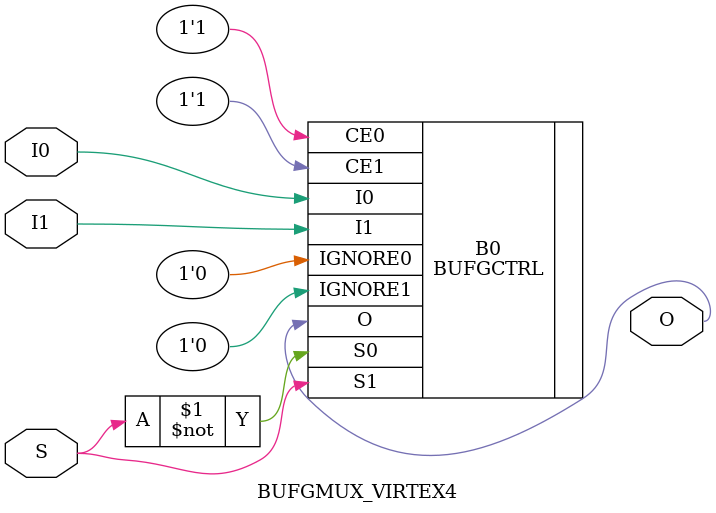
<source format=v>

`timescale  1 ps / 1 ps
module BUFGMUX_VIRTEX4 (O, I0, I1, S);

    output O;
    
    input  I0;
    input  I1;
    input  S;

    BUFGCTRL #(.INIT_OUT(1'b0), .PRESELECT_I0("TRUE"), .PRESELECT_I1("FALSE")) B0 (.O(O), .CE0(1'b1), .CE1(1'b1), .I0(I0), .I1(I1), .IGNORE0(1'b0), .IGNORE1(1'b0), .S0(~S), .S1(S));
    
endmodule

</source>
